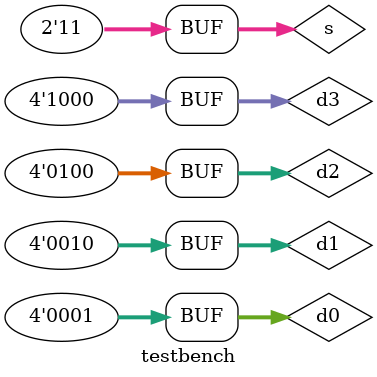
<source format=sv>
module testbench;
  reg [3:0] d0, d1, d2, d3;
  reg [1:0] s;
  wire [3:0] y;
  
  mux4_2level DUT (d0, d1, d2, d3, s, y);

  initial begin
    d0 = 4'b0001; d1 = 4'b0010; d2 = 4'b0100; d3 = 4'b1000;
    s = 2'b00; #10;
    s = 2'b01; #10;
    s = 2'b10; #10;
    s = 2'b11; #10;
  end
endmodule

</source>
